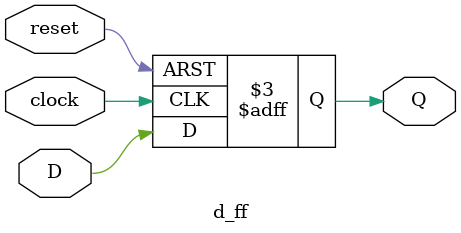
<source format=v>
module d_ff(reset, clock, D, Q);

	input reset, clock;
	input D;
	output reg Q;
	
	always @(posedge reset, posedge clock)
		begin
			if (reset == 1)
				Q <= 0;
			else
				Q <= D;
				
		end
		
endmodule
</source>
